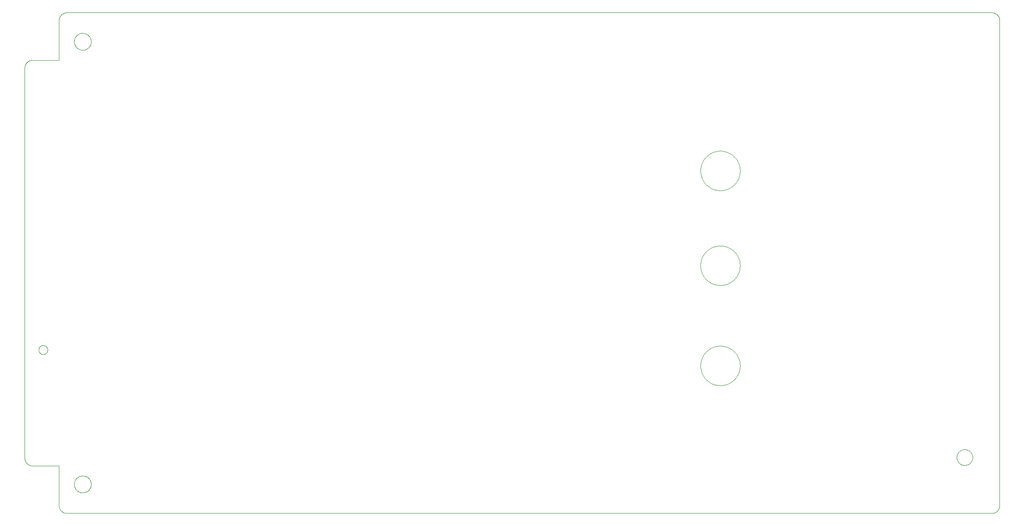
<source format=gko>
G75*
%MOIN*%
%OFA0B0*%
%FSLAX25Y25*%
%IPPOS*%
%LPD*%
%AMOC8*
5,1,8,0,0,1.08239X$1,22.5*
%
%ADD10C,0.00394*%
%ADD11C,0.00000*%
D10*
X0118310Y0075862D02*
X0809255Y0075862D01*
X0809407Y0075864D01*
X0809559Y0075870D01*
X0809711Y0075880D01*
X0809862Y0075893D01*
X0810013Y0075911D01*
X0810164Y0075932D01*
X0810314Y0075958D01*
X0810463Y0075987D01*
X0810612Y0076020D01*
X0810759Y0076057D01*
X0810906Y0076097D01*
X0811051Y0076142D01*
X0811195Y0076190D01*
X0811338Y0076242D01*
X0811480Y0076297D01*
X0811620Y0076356D01*
X0811759Y0076419D01*
X0811896Y0076485D01*
X0812031Y0076555D01*
X0812164Y0076628D01*
X0812295Y0076705D01*
X0812425Y0076785D01*
X0812552Y0076868D01*
X0812677Y0076954D01*
X0812800Y0077044D01*
X0812920Y0077137D01*
X0813038Y0077233D01*
X0813154Y0077332D01*
X0813267Y0077434D01*
X0813377Y0077538D01*
X0813485Y0077646D01*
X0813589Y0077756D01*
X0813691Y0077869D01*
X0813790Y0077985D01*
X0813886Y0078103D01*
X0813979Y0078223D01*
X0814069Y0078346D01*
X0814155Y0078471D01*
X0814238Y0078598D01*
X0814318Y0078728D01*
X0814395Y0078859D01*
X0814468Y0078992D01*
X0814538Y0079127D01*
X0814604Y0079264D01*
X0814667Y0079403D01*
X0814726Y0079543D01*
X0814781Y0079685D01*
X0814833Y0079828D01*
X0814881Y0079972D01*
X0814926Y0080117D01*
X0814966Y0080264D01*
X0815003Y0080411D01*
X0815036Y0080560D01*
X0815065Y0080709D01*
X0815091Y0080859D01*
X0815112Y0081010D01*
X0815130Y0081161D01*
X0815143Y0081312D01*
X0815153Y0081464D01*
X0815159Y0081616D01*
X0815161Y0081768D01*
X0815160Y0081768D02*
X0815160Y0443972D01*
X0815161Y0443972D02*
X0815159Y0444124D01*
X0815153Y0444276D01*
X0815143Y0444428D01*
X0815130Y0444579D01*
X0815112Y0444730D01*
X0815091Y0444881D01*
X0815065Y0445031D01*
X0815036Y0445180D01*
X0815003Y0445329D01*
X0814966Y0445476D01*
X0814926Y0445623D01*
X0814881Y0445768D01*
X0814833Y0445912D01*
X0814781Y0446055D01*
X0814726Y0446197D01*
X0814667Y0446337D01*
X0814604Y0446476D01*
X0814538Y0446613D01*
X0814468Y0446748D01*
X0814395Y0446881D01*
X0814318Y0447012D01*
X0814238Y0447142D01*
X0814155Y0447269D01*
X0814069Y0447394D01*
X0813979Y0447517D01*
X0813886Y0447637D01*
X0813790Y0447755D01*
X0813691Y0447871D01*
X0813589Y0447984D01*
X0813485Y0448094D01*
X0813377Y0448202D01*
X0813267Y0448306D01*
X0813154Y0448408D01*
X0813038Y0448507D01*
X0812920Y0448603D01*
X0812800Y0448696D01*
X0812677Y0448786D01*
X0812552Y0448872D01*
X0812425Y0448955D01*
X0812295Y0449035D01*
X0812164Y0449112D01*
X0812031Y0449185D01*
X0811896Y0449255D01*
X0811759Y0449321D01*
X0811620Y0449384D01*
X0811480Y0449443D01*
X0811338Y0449498D01*
X0811195Y0449550D01*
X0811051Y0449598D01*
X0810906Y0449643D01*
X0810759Y0449683D01*
X0810612Y0449720D01*
X0810463Y0449753D01*
X0810314Y0449782D01*
X0810164Y0449808D01*
X0810013Y0449829D01*
X0809862Y0449847D01*
X0809711Y0449860D01*
X0809559Y0449870D01*
X0809407Y0449876D01*
X0809255Y0449878D01*
X0118310Y0449878D01*
X0118158Y0449876D01*
X0118006Y0449870D01*
X0117854Y0449860D01*
X0117703Y0449847D01*
X0117552Y0449829D01*
X0117401Y0449808D01*
X0117251Y0449782D01*
X0117102Y0449753D01*
X0116953Y0449720D01*
X0116806Y0449683D01*
X0116659Y0449643D01*
X0116514Y0449598D01*
X0116370Y0449550D01*
X0116227Y0449498D01*
X0116085Y0449443D01*
X0115945Y0449384D01*
X0115806Y0449321D01*
X0115669Y0449255D01*
X0115534Y0449185D01*
X0115401Y0449112D01*
X0115270Y0449035D01*
X0115140Y0448955D01*
X0115013Y0448872D01*
X0114888Y0448786D01*
X0114765Y0448696D01*
X0114645Y0448603D01*
X0114527Y0448507D01*
X0114411Y0448408D01*
X0114298Y0448306D01*
X0114188Y0448202D01*
X0114080Y0448094D01*
X0113976Y0447984D01*
X0113874Y0447871D01*
X0113775Y0447755D01*
X0113679Y0447637D01*
X0113586Y0447517D01*
X0113496Y0447394D01*
X0113410Y0447269D01*
X0113327Y0447142D01*
X0113247Y0447012D01*
X0113170Y0446881D01*
X0113097Y0446748D01*
X0113027Y0446613D01*
X0112961Y0446476D01*
X0112898Y0446337D01*
X0112839Y0446197D01*
X0112784Y0446055D01*
X0112732Y0445912D01*
X0112684Y0445768D01*
X0112639Y0445623D01*
X0112599Y0445476D01*
X0112562Y0445329D01*
X0112529Y0445180D01*
X0112500Y0445031D01*
X0112474Y0444881D01*
X0112453Y0444730D01*
X0112435Y0444579D01*
X0112422Y0444428D01*
X0112412Y0444276D01*
X0112406Y0444124D01*
X0112404Y0443972D01*
X0112404Y0414445D01*
X0092719Y0414445D01*
X0092567Y0414443D01*
X0092415Y0414437D01*
X0092263Y0414427D01*
X0092112Y0414414D01*
X0091961Y0414396D01*
X0091810Y0414375D01*
X0091660Y0414349D01*
X0091511Y0414320D01*
X0091362Y0414287D01*
X0091215Y0414250D01*
X0091068Y0414210D01*
X0090923Y0414165D01*
X0090779Y0414117D01*
X0090636Y0414065D01*
X0090494Y0414010D01*
X0090354Y0413951D01*
X0090215Y0413888D01*
X0090078Y0413822D01*
X0089943Y0413752D01*
X0089810Y0413679D01*
X0089679Y0413602D01*
X0089549Y0413522D01*
X0089422Y0413439D01*
X0089297Y0413353D01*
X0089174Y0413263D01*
X0089054Y0413170D01*
X0088936Y0413074D01*
X0088820Y0412975D01*
X0088707Y0412873D01*
X0088597Y0412769D01*
X0088489Y0412661D01*
X0088385Y0412551D01*
X0088283Y0412438D01*
X0088184Y0412322D01*
X0088088Y0412204D01*
X0087995Y0412084D01*
X0087905Y0411961D01*
X0087819Y0411836D01*
X0087736Y0411709D01*
X0087656Y0411579D01*
X0087579Y0411448D01*
X0087506Y0411315D01*
X0087436Y0411180D01*
X0087370Y0411043D01*
X0087307Y0410904D01*
X0087248Y0410764D01*
X0087193Y0410622D01*
X0087141Y0410479D01*
X0087093Y0410335D01*
X0087048Y0410190D01*
X0087008Y0410043D01*
X0086971Y0409896D01*
X0086938Y0409747D01*
X0086909Y0409598D01*
X0086883Y0409448D01*
X0086862Y0409297D01*
X0086844Y0409146D01*
X0086831Y0408995D01*
X0086821Y0408843D01*
X0086815Y0408691D01*
X0086813Y0408539D01*
X0086814Y0408539D02*
X0086814Y0117201D01*
X0086813Y0117201D02*
X0086815Y0117049D01*
X0086821Y0116897D01*
X0086831Y0116745D01*
X0086844Y0116594D01*
X0086862Y0116443D01*
X0086883Y0116292D01*
X0086909Y0116142D01*
X0086938Y0115993D01*
X0086971Y0115844D01*
X0087008Y0115697D01*
X0087048Y0115550D01*
X0087093Y0115405D01*
X0087141Y0115261D01*
X0087193Y0115118D01*
X0087248Y0114976D01*
X0087307Y0114836D01*
X0087370Y0114697D01*
X0087436Y0114560D01*
X0087506Y0114425D01*
X0087579Y0114292D01*
X0087656Y0114161D01*
X0087736Y0114031D01*
X0087819Y0113904D01*
X0087905Y0113779D01*
X0087995Y0113656D01*
X0088088Y0113536D01*
X0088184Y0113418D01*
X0088283Y0113302D01*
X0088385Y0113189D01*
X0088489Y0113079D01*
X0088597Y0112971D01*
X0088707Y0112867D01*
X0088820Y0112765D01*
X0088936Y0112666D01*
X0089054Y0112570D01*
X0089174Y0112477D01*
X0089297Y0112387D01*
X0089422Y0112301D01*
X0089549Y0112218D01*
X0089679Y0112138D01*
X0089810Y0112061D01*
X0089943Y0111988D01*
X0090078Y0111918D01*
X0090215Y0111852D01*
X0090354Y0111789D01*
X0090494Y0111730D01*
X0090636Y0111675D01*
X0090779Y0111623D01*
X0090923Y0111575D01*
X0091068Y0111530D01*
X0091215Y0111490D01*
X0091362Y0111453D01*
X0091511Y0111420D01*
X0091660Y0111391D01*
X0091810Y0111365D01*
X0091961Y0111344D01*
X0092112Y0111326D01*
X0092263Y0111313D01*
X0092415Y0111303D01*
X0092567Y0111297D01*
X0092719Y0111295D01*
X0112404Y0111295D01*
X0112404Y0081768D01*
X0112406Y0081616D01*
X0112412Y0081464D01*
X0112422Y0081312D01*
X0112435Y0081161D01*
X0112453Y0081010D01*
X0112474Y0080859D01*
X0112500Y0080709D01*
X0112529Y0080560D01*
X0112562Y0080411D01*
X0112599Y0080264D01*
X0112639Y0080117D01*
X0112684Y0079972D01*
X0112732Y0079828D01*
X0112784Y0079685D01*
X0112839Y0079543D01*
X0112898Y0079403D01*
X0112961Y0079264D01*
X0113027Y0079127D01*
X0113097Y0078992D01*
X0113170Y0078859D01*
X0113247Y0078728D01*
X0113327Y0078598D01*
X0113410Y0078471D01*
X0113496Y0078346D01*
X0113586Y0078223D01*
X0113679Y0078103D01*
X0113775Y0077985D01*
X0113874Y0077869D01*
X0113976Y0077756D01*
X0114080Y0077646D01*
X0114188Y0077538D01*
X0114298Y0077434D01*
X0114411Y0077332D01*
X0114527Y0077233D01*
X0114645Y0077137D01*
X0114765Y0077044D01*
X0114888Y0076954D01*
X0115013Y0076868D01*
X0115140Y0076785D01*
X0115270Y0076705D01*
X0115401Y0076628D01*
X0115534Y0076555D01*
X0115669Y0076485D01*
X0115806Y0076419D01*
X0115945Y0076356D01*
X0116085Y0076297D01*
X0116227Y0076242D01*
X0116370Y0076190D01*
X0116514Y0076142D01*
X0116659Y0076097D01*
X0116806Y0076057D01*
X0116953Y0076020D01*
X0117102Y0075987D01*
X0117251Y0075958D01*
X0117401Y0075932D01*
X0117552Y0075911D01*
X0117703Y0075893D01*
X0117854Y0075880D01*
X0118006Y0075870D01*
X0118158Y0075864D01*
X0118310Y0075862D01*
D11*
X0123822Y0097516D02*
X0123824Y0097674D01*
X0123830Y0097832D01*
X0123840Y0097990D01*
X0123854Y0098148D01*
X0123872Y0098305D01*
X0123893Y0098462D01*
X0123919Y0098618D01*
X0123949Y0098774D01*
X0123982Y0098929D01*
X0124020Y0099082D01*
X0124061Y0099235D01*
X0124106Y0099387D01*
X0124155Y0099538D01*
X0124208Y0099687D01*
X0124264Y0099835D01*
X0124324Y0099981D01*
X0124388Y0100126D01*
X0124456Y0100269D01*
X0124527Y0100411D01*
X0124601Y0100551D01*
X0124679Y0100688D01*
X0124761Y0100824D01*
X0124845Y0100958D01*
X0124934Y0101089D01*
X0125025Y0101218D01*
X0125120Y0101345D01*
X0125217Y0101470D01*
X0125318Y0101592D01*
X0125422Y0101711D01*
X0125529Y0101828D01*
X0125639Y0101942D01*
X0125752Y0102053D01*
X0125867Y0102162D01*
X0125985Y0102267D01*
X0126106Y0102369D01*
X0126229Y0102469D01*
X0126355Y0102565D01*
X0126483Y0102658D01*
X0126613Y0102748D01*
X0126746Y0102834D01*
X0126881Y0102918D01*
X0127017Y0102997D01*
X0127156Y0103074D01*
X0127297Y0103146D01*
X0127439Y0103216D01*
X0127583Y0103281D01*
X0127729Y0103343D01*
X0127876Y0103401D01*
X0128025Y0103456D01*
X0128175Y0103507D01*
X0128326Y0103554D01*
X0128478Y0103597D01*
X0128631Y0103636D01*
X0128786Y0103672D01*
X0128941Y0103703D01*
X0129097Y0103731D01*
X0129253Y0103755D01*
X0129410Y0103775D01*
X0129568Y0103791D01*
X0129725Y0103803D01*
X0129884Y0103811D01*
X0130042Y0103815D01*
X0130200Y0103815D01*
X0130358Y0103811D01*
X0130517Y0103803D01*
X0130674Y0103791D01*
X0130832Y0103775D01*
X0130989Y0103755D01*
X0131145Y0103731D01*
X0131301Y0103703D01*
X0131456Y0103672D01*
X0131611Y0103636D01*
X0131764Y0103597D01*
X0131916Y0103554D01*
X0132067Y0103507D01*
X0132217Y0103456D01*
X0132366Y0103401D01*
X0132513Y0103343D01*
X0132659Y0103281D01*
X0132803Y0103216D01*
X0132945Y0103146D01*
X0133086Y0103074D01*
X0133225Y0102997D01*
X0133361Y0102918D01*
X0133496Y0102834D01*
X0133629Y0102748D01*
X0133759Y0102658D01*
X0133887Y0102565D01*
X0134013Y0102469D01*
X0134136Y0102369D01*
X0134257Y0102267D01*
X0134375Y0102162D01*
X0134490Y0102053D01*
X0134603Y0101942D01*
X0134713Y0101828D01*
X0134820Y0101711D01*
X0134924Y0101592D01*
X0135025Y0101470D01*
X0135122Y0101345D01*
X0135217Y0101218D01*
X0135308Y0101089D01*
X0135397Y0100958D01*
X0135481Y0100824D01*
X0135563Y0100688D01*
X0135641Y0100551D01*
X0135715Y0100411D01*
X0135786Y0100269D01*
X0135854Y0100126D01*
X0135918Y0099981D01*
X0135978Y0099835D01*
X0136034Y0099687D01*
X0136087Y0099538D01*
X0136136Y0099387D01*
X0136181Y0099235D01*
X0136222Y0099082D01*
X0136260Y0098929D01*
X0136293Y0098774D01*
X0136323Y0098618D01*
X0136349Y0098462D01*
X0136370Y0098305D01*
X0136388Y0098148D01*
X0136402Y0097990D01*
X0136412Y0097832D01*
X0136418Y0097674D01*
X0136420Y0097516D01*
X0136418Y0097358D01*
X0136412Y0097200D01*
X0136402Y0097042D01*
X0136388Y0096884D01*
X0136370Y0096727D01*
X0136349Y0096570D01*
X0136323Y0096414D01*
X0136293Y0096258D01*
X0136260Y0096103D01*
X0136222Y0095950D01*
X0136181Y0095797D01*
X0136136Y0095645D01*
X0136087Y0095494D01*
X0136034Y0095345D01*
X0135978Y0095197D01*
X0135918Y0095051D01*
X0135854Y0094906D01*
X0135786Y0094763D01*
X0135715Y0094621D01*
X0135641Y0094481D01*
X0135563Y0094344D01*
X0135481Y0094208D01*
X0135397Y0094074D01*
X0135308Y0093943D01*
X0135217Y0093814D01*
X0135122Y0093687D01*
X0135025Y0093562D01*
X0134924Y0093440D01*
X0134820Y0093321D01*
X0134713Y0093204D01*
X0134603Y0093090D01*
X0134490Y0092979D01*
X0134375Y0092870D01*
X0134257Y0092765D01*
X0134136Y0092663D01*
X0134013Y0092563D01*
X0133887Y0092467D01*
X0133759Y0092374D01*
X0133629Y0092284D01*
X0133496Y0092198D01*
X0133361Y0092114D01*
X0133225Y0092035D01*
X0133086Y0091958D01*
X0132945Y0091886D01*
X0132803Y0091816D01*
X0132659Y0091751D01*
X0132513Y0091689D01*
X0132366Y0091631D01*
X0132217Y0091576D01*
X0132067Y0091525D01*
X0131916Y0091478D01*
X0131764Y0091435D01*
X0131611Y0091396D01*
X0131456Y0091360D01*
X0131301Y0091329D01*
X0131145Y0091301D01*
X0130989Y0091277D01*
X0130832Y0091257D01*
X0130674Y0091241D01*
X0130517Y0091229D01*
X0130358Y0091221D01*
X0130200Y0091217D01*
X0130042Y0091217D01*
X0129884Y0091221D01*
X0129725Y0091229D01*
X0129568Y0091241D01*
X0129410Y0091257D01*
X0129253Y0091277D01*
X0129097Y0091301D01*
X0128941Y0091329D01*
X0128786Y0091360D01*
X0128631Y0091396D01*
X0128478Y0091435D01*
X0128326Y0091478D01*
X0128175Y0091525D01*
X0128025Y0091576D01*
X0127876Y0091631D01*
X0127729Y0091689D01*
X0127583Y0091751D01*
X0127439Y0091816D01*
X0127297Y0091886D01*
X0127156Y0091958D01*
X0127017Y0092035D01*
X0126881Y0092114D01*
X0126746Y0092198D01*
X0126613Y0092284D01*
X0126483Y0092374D01*
X0126355Y0092467D01*
X0126229Y0092563D01*
X0126106Y0092663D01*
X0125985Y0092765D01*
X0125867Y0092870D01*
X0125752Y0092979D01*
X0125639Y0093090D01*
X0125529Y0093204D01*
X0125422Y0093321D01*
X0125318Y0093440D01*
X0125217Y0093562D01*
X0125120Y0093687D01*
X0125025Y0093814D01*
X0124934Y0093943D01*
X0124845Y0094074D01*
X0124761Y0094208D01*
X0124679Y0094344D01*
X0124601Y0094481D01*
X0124527Y0094621D01*
X0124456Y0094763D01*
X0124388Y0094906D01*
X0124324Y0095051D01*
X0124264Y0095197D01*
X0124208Y0095345D01*
X0124155Y0095494D01*
X0124106Y0095645D01*
X0124061Y0095797D01*
X0124020Y0095950D01*
X0123982Y0096103D01*
X0123949Y0096258D01*
X0123919Y0096414D01*
X0123893Y0096570D01*
X0123872Y0096727D01*
X0123854Y0096884D01*
X0123840Y0097042D01*
X0123830Y0097200D01*
X0123824Y0097358D01*
X0123822Y0097516D01*
X0097247Y0197909D02*
X0097249Y0198024D01*
X0097255Y0198140D01*
X0097265Y0198255D01*
X0097279Y0198370D01*
X0097297Y0198484D01*
X0097319Y0198597D01*
X0097344Y0198710D01*
X0097374Y0198821D01*
X0097407Y0198932D01*
X0097444Y0199041D01*
X0097485Y0199149D01*
X0097530Y0199256D01*
X0097578Y0199361D01*
X0097630Y0199464D01*
X0097686Y0199565D01*
X0097745Y0199665D01*
X0097807Y0199762D01*
X0097873Y0199857D01*
X0097941Y0199950D01*
X0098013Y0200040D01*
X0098088Y0200128D01*
X0098167Y0200213D01*
X0098248Y0200295D01*
X0098331Y0200375D01*
X0098418Y0200451D01*
X0098507Y0200525D01*
X0098598Y0200595D01*
X0098692Y0200663D01*
X0098788Y0200727D01*
X0098887Y0200787D01*
X0098987Y0200844D01*
X0099089Y0200898D01*
X0099193Y0200948D01*
X0099299Y0200995D01*
X0099406Y0201038D01*
X0099515Y0201077D01*
X0099625Y0201112D01*
X0099736Y0201143D01*
X0099848Y0201171D01*
X0099961Y0201195D01*
X0100075Y0201215D01*
X0100190Y0201231D01*
X0100305Y0201243D01*
X0100420Y0201251D01*
X0100535Y0201255D01*
X0100651Y0201255D01*
X0100766Y0201251D01*
X0100881Y0201243D01*
X0100996Y0201231D01*
X0101111Y0201215D01*
X0101225Y0201195D01*
X0101338Y0201171D01*
X0101450Y0201143D01*
X0101561Y0201112D01*
X0101671Y0201077D01*
X0101780Y0201038D01*
X0101887Y0200995D01*
X0101993Y0200948D01*
X0102097Y0200898D01*
X0102199Y0200844D01*
X0102299Y0200787D01*
X0102398Y0200727D01*
X0102494Y0200663D01*
X0102588Y0200595D01*
X0102679Y0200525D01*
X0102768Y0200451D01*
X0102855Y0200375D01*
X0102938Y0200295D01*
X0103019Y0200213D01*
X0103098Y0200128D01*
X0103173Y0200040D01*
X0103245Y0199950D01*
X0103313Y0199857D01*
X0103379Y0199762D01*
X0103441Y0199665D01*
X0103500Y0199565D01*
X0103556Y0199464D01*
X0103608Y0199361D01*
X0103656Y0199256D01*
X0103701Y0199149D01*
X0103742Y0199041D01*
X0103779Y0198932D01*
X0103812Y0198821D01*
X0103842Y0198710D01*
X0103867Y0198597D01*
X0103889Y0198484D01*
X0103907Y0198370D01*
X0103921Y0198255D01*
X0103931Y0198140D01*
X0103937Y0198024D01*
X0103939Y0197909D01*
X0103937Y0197794D01*
X0103931Y0197678D01*
X0103921Y0197563D01*
X0103907Y0197448D01*
X0103889Y0197334D01*
X0103867Y0197221D01*
X0103842Y0197108D01*
X0103812Y0196997D01*
X0103779Y0196886D01*
X0103742Y0196777D01*
X0103701Y0196669D01*
X0103656Y0196562D01*
X0103608Y0196457D01*
X0103556Y0196354D01*
X0103500Y0196253D01*
X0103441Y0196153D01*
X0103379Y0196056D01*
X0103313Y0195961D01*
X0103245Y0195868D01*
X0103173Y0195778D01*
X0103098Y0195690D01*
X0103019Y0195605D01*
X0102938Y0195523D01*
X0102855Y0195443D01*
X0102768Y0195367D01*
X0102679Y0195293D01*
X0102588Y0195223D01*
X0102494Y0195155D01*
X0102398Y0195091D01*
X0102299Y0195031D01*
X0102199Y0194974D01*
X0102097Y0194920D01*
X0101993Y0194870D01*
X0101887Y0194823D01*
X0101780Y0194780D01*
X0101671Y0194741D01*
X0101561Y0194706D01*
X0101450Y0194675D01*
X0101338Y0194647D01*
X0101225Y0194623D01*
X0101111Y0194603D01*
X0100996Y0194587D01*
X0100881Y0194575D01*
X0100766Y0194567D01*
X0100651Y0194563D01*
X0100535Y0194563D01*
X0100420Y0194567D01*
X0100305Y0194575D01*
X0100190Y0194587D01*
X0100075Y0194603D01*
X0099961Y0194623D01*
X0099848Y0194647D01*
X0099736Y0194675D01*
X0099625Y0194706D01*
X0099515Y0194741D01*
X0099406Y0194780D01*
X0099299Y0194823D01*
X0099193Y0194870D01*
X0099089Y0194920D01*
X0098987Y0194974D01*
X0098887Y0195031D01*
X0098788Y0195091D01*
X0098692Y0195155D01*
X0098598Y0195223D01*
X0098507Y0195293D01*
X0098418Y0195367D01*
X0098331Y0195443D01*
X0098248Y0195523D01*
X0098167Y0195605D01*
X0098088Y0195690D01*
X0098013Y0195778D01*
X0097941Y0195868D01*
X0097873Y0195961D01*
X0097807Y0196056D01*
X0097745Y0196153D01*
X0097686Y0196253D01*
X0097630Y0196354D01*
X0097578Y0196457D01*
X0097530Y0196562D01*
X0097485Y0196669D01*
X0097444Y0196777D01*
X0097407Y0196886D01*
X0097374Y0196997D01*
X0097344Y0197108D01*
X0097319Y0197221D01*
X0097297Y0197334D01*
X0097279Y0197448D01*
X0097265Y0197563D01*
X0097255Y0197678D01*
X0097249Y0197794D01*
X0097247Y0197909D01*
X0123822Y0428224D02*
X0123824Y0428382D01*
X0123830Y0428540D01*
X0123840Y0428698D01*
X0123854Y0428856D01*
X0123872Y0429013D01*
X0123893Y0429170D01*
X0123919Y0429326D01*
X0123949Y0429482D01*
X0123982Y0429637D01*
X0124020Y0429790D01*
X0124061Y0429943D01*
X0124106Y0430095D01*
X0124155Y0430246D01*
X0124208Y0430395D01*
X0124264Y0430543D01*
X0124324Y0430689D01*
X0124388Y0430834D01*
X0124456Y0430977D01*
X0124527Y0431119D01*
X0124601Y0431259D01*
X0124679Y0431396D01*
X0124761Y0431532D01*
X0124845Y0431666D01*
X0124934Y0431797D01*
X0125025Y0431926D01*
X0125120Y0432053D01*
X0125217Y0432178D01*
X0125318Y0432300D01*
X0125422Y0432419D01*
X0125529Y0432536D01*
X0125639Y0432650D01*
X0125752Y0432761D01*
X0125867Y0432870D01*
X0125985Y0432975D01*
X0126106Y0433077D01*
X0126229Y0433177D01*
X0126355Y0433273D01*
X0126483Y0433366D01*
X0126613Y0433456D01*
X0126746Y0433542D01*
X0126881Y0433626D01*
X0127017Y0433705D01*
X0127156Y0433782D01*
X0127297Y0433854D01*
X0127439Y0433924D01*
X0127583Y0433989D01*
X0127729Y0434051D01*
X0127876Y0434109D01*
X0128025Y0434164D01*
X0128175Y0434215D01*
X0128326Y0434262D01*
X0128478Y0434305D01*
X0128631Y0434344D01*
X0128786Y0434380D01*
X0128941Y0434411D01*
X0129097Y0434439D01*
X0129253Y0434463D01*
X0129410Y0434483D01*
X0129568Y0434499D01*
X0129725Y0434511D01*
X0129884Y0434519D01*
X0130042Y0434523D01*
X0130200Y0434523D01*
X0130358Y0434519D01*
X0130517Y0434511D01*
X0130674Y0434499D01*
X0130832Y0434483D01*
X0130989Y0434463D01*
X0131145Y0434439D01*
X0131301Y0434411D01*
X0131456Y0434380D01*
X0131611Y0434344D01*
X0131764Y0434305D01*
X0131916Y0434262D01*
X0132067Y0434215D01*
X0132217Y0434164D01*
X0132366Y0434109D01*
X0132513Y0434051D01*
X0132659Y0433989D01*
X0132803Y0433924D01*
X0132945Y0433854D01*
X0133086Y0433782D01*
X0133225Y0433705D01*
X0133361Y0433626D01*
X0133496Y0433542D01*
X0133629Y0433456D01*
X0133759Y0433366D01*
X0133887Y0433273D01*
X0134013Y0433177D01*
X0134136Y0433077D01*
X0134257Y0432975D01*
X0134375Y0432870D01*
X0134490Y0432761D01*
X0134603Y0432650D01*
X0134713Y0432536D01*
X0134820Y0432419D01*
X0134924Y0432300D01*
X0135025Y0432178D01*
X0135122Y0432053D01*
X0135217Y0431926D01*
X0135308Y0431797D01*
X0135397Y0431666D01*
X0135481Y0431532D01*
X0135563Y0431396D01*
X0135641Y0431259D01*
X0135715Y0431119D01*
X0135786Y0430977D01*
X0135854Y0430834D01*
X0135918Y0430689D01*
X0135978Y0430543D01*
X0136034Y0430395D01*
X0136087Y0430246D01*
X0136136Y0430095D01*
X0136181Y0429943D01*
X0136222Y0429790D01*
X0136260Y0429637D01*
X0136293Y0429482D01*
X0136323Y0429326D01*
X0136349Y0429170D01*
X0136370Y0429013D01*
X0136388Y0428856D01*
X0136402Y0428698D01*
X0136412Y0428540D01*
X0136418Y0428382D01*
X0136420Y0428224D01*
X0136418Y0428066D01*
X0136412Y0427908D01*
X0136402Y0427750D01*
X0136388Y0427592D01*
X0136370Y0427435D01*
X0136349Y0427278D01*
X0136323Y0427122D01*
X0136293Y0426966D01*
X0136260Y0426811D01*
X0136222Y0426658D01*
X0136181Y0426505D01*
X0136136Y0426353D01*
X0136087Y0426202D01*
X0136034Y0426053D01*
X0135978Y0425905D01*
X0135918Y0425759D01*
X0135854Y0425614D01*
X0135786Y0425471D01*
X0135715Y0425329D01*
X0135641Y0425189D01*
X0135563Y0425052D01*
X0135481Y0424916D01*
X0135397Y0424782D01*
X0135308Y0424651D01*
X0135217Y0424522D01*
X0135122Y0424395D01*
X0135025Y0424270D01*
X0134924Y0424148D01*
X0134820Y0424029D01*
X0134713Y0423912D01*
X0134603Y0423798D01*
X0134490Y0423687D01*
X0134375Y0423578D01*
X0134257Y0423473D01*
X0134136Y0423371D01*
X0134013Y0423271D01*
X0133887Y0423175D01*
X0133759Y0423082D01*
X0133629Y0422992D01*
X0133496Y0422906D01*
X0133361Y0422822D01*
X0133225Y0422743D01*
X0133086Y0422666D01*
X0132945Y0422594D01*
X0132803Y0422524D01*
X0132659Y0422459D01*
X0132513Y0422397D01*
X0132366Y0422339D01*
X0132217Y0422284D01*
X0132067Y0422233D01*
X0131916Y0422186D01*
X0131764Y0422143D01*
X0131611Y0422104D01*
X0131456Y0422068D01*
X0131301Y0422037D01*
X0131145Y0422009D01*
X0130989Y0421985D01*
X0130832Y0421965D01*
X0130674Y0421949D01*
X0130517Y0421937D01*
X0130358Y0421929D01*
X0130200Y0421925D01*
X0130042Y0421925D01*
X0129884Y0421929D01*
X0129725Y0421937D01*
X0129568Y0421949D01*
X0129410Y0421965D01*
X0129253Y0421985D01*
X0129097Y0422009D01*
X0128941Y0422037D01*
X0128786Y0422068D01*
X0128631Y0422104D01*
X0128478Y0422143D01*
X0128326Y0422186D01*
X0128175Y0422233D01*
X0128025Y0422284D01*
X0127876Y0422339D01*
X0127729Y0422397D01*
X0127583Y0422459D01*
X0127439Y0422524D01*
X0127297Y0422594D01*
X0127156Y0422666D01*
X0127017Y0422743D01*
X0126881Y0422822D01*
X0126746Y0422906D01*
X0126613Y0422992D01*
X0126483Y0423082D01*
X0126355Y0423175D01*
X0126229Y0423271D01*
X0126106Y0423371D01*
X0125985Y0423473D01*
X0125867Y0423578D01*
X0125752Y0423687D01*
X0125639Y0423798D01*
X0125529Y0423912D01*
X0125422Y0424029D01*
X0125318Y0424148D01*
X0125217Y0424270D01*
X0125120Y0424395D01*
X0125025Y0424522D01*
X0124934Y0424651D01*
X0124845Y0424782D01*
X0124761Y0424916D01*
X0124679Y0425052D01*
X0124601Y0425189D01*
X0124527Y0425329D01*
X0124456Y0425471D01*
X0124388Y0425614D01*
X0124324Y0425759D01*
X0124264Y0425905D01*
X0124208Y0426053D01*
X0124155Y0426202D01*
X0124106Y0426353D01*
X0124061Y0426505D01*
X0124020Y0426658D01*
X0123982Y0426811D01*
X0123949Y0426966D01*
X0123919Y0427122D01*
X0123893Y0427278D01*
X0123872Y0427435D01*
X0123854Y0427592D01*
X0123840Y0427750D01*
X0123830Y0427908D01*
X0123824Y0428066D01*
X0123822Y0428224D01*
X0591735Y0331768D02*
X0591739Y0332130D01*
X0591753Y0332492D01*
X0591775Y0332854D01*
X0591806Y0333215D01*
X0591846Y0333575D01*
X0591895Y0333934D01*
X0591952Y0334292D01*
X0592019Y0334648D01*
X0592094Y0335003D01*
X0592177Y0335355D01*
X0592270Y0335706D01*
X0592371Y0336054D01*
X0592480Y0336399D01*
X0592598Y0336742D01*
X0592724Y0337081D01*
X0592859Y0337418D01*
X0593002Y0337751D01*
X0593153Y0338080D01*
X0593311Y0338406D01*
X0593478Y0338728D01*
X0593653Y0339045D01*
X0593835Y0339358D01*
X0594026Y0339667D01*
X0594223Y0339970D01*
X0594428Y0340269D01*
X0594640Y0340563D01*
X0594860Y0340851D01*
X0595086Y0341134D01*
X0595320Y0341411D01*
X0595560Y0341683D01*
X0595806Y0341948D01*
X0596059Y0342208D01*
X0596319Y0342461D01*
X0596584Y0342707D01*
X0596856Y0342947D01*
X0597133Y0343181D01*
X0597416Y0343407D01*
X0597704Y0343627D01*
X0597998Y0343839D01*
X0598297Y0344044D01*
X0598600Y0344241D01*
X0598909Y0344432D01*
X0599222Y0344614D01*
X0599539Y0344789D01*
X0599861Y0344956D01*
X0600187Y0345114D01*
X0600516Y0345265D01*
X0600849Y0345408D01*
X0601186Y0345543D01*
X0601525Y0345669D01*
X0601868Y0345787D01*
X0602213Y0345896D01*
X0602561Y0345997D01*
X0602912Y0346090D01*
X0603264Y0346173D01*
X0603619Y0346248D01*
X0603975Y0346315D01*
X0604333Y0346372D01*
X0604692Y0346421D01*
X0605052Y0346461D01*
X0605413Y0346492D01*
X0605775Y0346514D01*
X0606137Y0346528D01*
X0606499Y0346532D01*
X0606861Y0346528D01*
X0607223Y0346514D01*
X0607585Y0346492D01*
X0607946Y0346461D01*
X0608306Y0346421D01*
X0608665Y0346372D01*
X0609023Y0346315D01*
X0609379Y0346248D01*
X0609734Y0346173D01*
X0610086Y0346090D01*
X0610437Y0345997D01*
X0610785Y0345896D01*
X0611130Y0345787D01*
X0611473Y0345669D01*
X0611812Y0345543D01*
X0612149Y0345408D01*
X0612482Y0345265D01*
X0612811Y0345114D01*
X0613137Y0344956D01*
X0613459Y0344789D01*
X0613776Y0344614D01*
X0614089Y0344432D01*
X0614398Y0344241D01*
X0614701Y0344044D01*
X0615000Y0343839D01*
X0615294Y0343627D01*
X0615582Y0343407D01*
X0615865Y0343181D01*
X0616142Y0342947D01*
X0616414Y0342707D01*
X0616679Y0342461D01*
X0616939Y0342208D01*
X0617192Y0341948D01*
X0617438Y0341683D01*
X0617678Y0341411D01*
X0617912Y0341134D01*
X0618138Y0340851D01*
X0618358Y0340563D01*
X0618570Y0340269D01*
X0618775Y0339970D01*
X0618972Y0339667D01*
X0619163Y0339358D01*
X0619345Y0339045D01*
X0619520Y0338728D01*
X0619687Y0338406D01*
X0619845Y0338080D01*
X0619996Y0337751D01*
X0620139Y0337418D01*
X0620274Y0337081D01*
X0620400Y0336742D01*
X0620518Y0336399D01*
X0620627Y0336054D01*
X0620728Y0335706D01*
X0620821Y0335355D01*
X0620904Y0335003D01*
X0620979Y0334648D01*
X0621046Y0334292D01*
X0621103Y0333934D01*
X0621152Y0333575D01*
X0621192Y0333215D01*
X0621223Y0332854D01*
X0621245Y0332492D01*
X0621259Y0332130D01*
X0621263Y0331768D01*
X0621259Y0331406D01*
X0621245Y0331044D01*
X0621223Y0330682D01*
X0621192Y0330321D01*
X0621152Y0329961D01*
X0621103Y0329602D01*
X0621046Y0329244D01*
X0620979Y0328888D01*
X0620904Y0328533D01*
X0620821Y0328181D01*
X0620728Y0327830D01*
X0620627Y0327482D01*
X0620518Y0327137D01*
X0620400Y0326794D01*
X0620274Y0326455D01*
X0620139Y0326118D01*
X0619996Y0325785D01*
X0619845Y0325456D01*
X0619687Y0325130D01*
X0619520Y0324808D01*
X0619345Y0324491D01*
X0619163Y0324178D01*
X0618972Y0323869D01*
X0618775Y0323566D01*
X0618570Y0323267D01*
X0618358Y0322973D01*
X0618138Y0322685D01*
X0617912Y0322402D01*
X0617678Y0322125D01*
X0617438Y0321853D01*
X0617192Y0321588D01*
X0616939Y0321328D01*
X0616679Y0321075D01*
X0616414Y0320829D01*
X0616142Y0320589D01*
X0615865Y0320355D01*
X0615582Y0320129D01*
X0615294Y0319909D01*
X0615000Y0319697D01*
X0614701Y0319492D01*
X0614398Y0319295D01*
X0614089Y0319104D01*
X0613776Y0318922D01*
X0613459Y0318747D01*
X0613137Y0318580D01*
X0612811Y0318422D01*
X0612482Y0318271D01*
X0612149Y0318128D01*
X0611812Y0317993D01*
X0611473Y0317867D01*
X0611130Y0317749D01*
X0610785Y0317640D01*
X0610437Y0317539D01*
X0610086Y0317446D01*
X0609734Y0317363D01*
X0609379Y0317288D01*
X0609023Y0317221D01*
X0608665Y0317164D01*
X0608306Y0317115D01*
X0607946Y0317075D01*
X0607585Y0317044D01*
X0607223Y0317022D01*
X0606861Y0317008D01*
X0606499Y0317004D01*
X0606137Y0317008D01*
X0605775Y0317022D01*
X0605413Y0317044D01*
X0605052Y0317075D01*
X0604692Y0317115D01*
X0604333Y0317164D01*
X0603975Y0317221D01*
X0603619Y0317288D01*
X0603264Y0317363D01*
X0602912Y0317446D01*
X0602561Y0317539D01*
X0602213Y0317640D01*
X0601868Y0317749D01*
X0601525Y0317867D01*
X0601186Y0317993D01*
X0600849Y0318128D01*
X0600516Y0318271D01*
X0600187Y0318422D01*
X0599861Y0318580D01*
X0599539Y0318747D01*
X0599222Y0318922D01*
X0598909Y0319104D01*
X0598600Y0319295D01*
X0598297Y0319492D01*
X0597998Y0319697D01*
X0597704Y0319909D01*
X0597416Y0320129D01*
X0597133Y0320355D01*
X0596856Y0320589D01*
X0596584Y0320829D01*
X0596319Y0321075D01*
X0596059Y0321328D01*
X0595806Y0321588D01*
X0595560Y0321853D01*
X0595320Y0322125D01*
X0595086Y0322402D01*
X0594860Y0322685D01*
X0594640Y0322973D01*
X0594428Y0323267D01*
X0594223Y0323566D01*
X0594026Y0323869D01*
X0593835Y0324178D01*
X0593653Y0324491D01*
X0593478Y0324808D01*
X0593311Y0325130D01*
X0593153Y0325456D01*
X0593002Y0325785D01*
X0592859Y0326118D01*
X0592724Y0326455D01*
X0592598Y0326794D01*
X0592480Y0327137D01*
X0592371Y0327482D01*
X0592270Y0327830D01*
X0592177Y0328181D01*
X0592094Y0328533D01*
X0592019Y0328888D01*
X0591952Y0329244D01*
X0591895Y0329602D01*
X0591846Y0329961D01*
X0591806Y0330321D01*
X0591775Y0330682D01*
X0591753Y0331044D01*
X0591739Y0331406D01*
X0591735Y0331768D01*
X0591735Y0260902D02*
X0591739Y0261264D01*
X0591753Y0261626D01*
X0591775Y0261988D01*
X0591806Y0262349D01*
X0591846Y0262709D01*
X0591895Y0263068D01*
X0591952Y0263426D01*
X0592019Y0263782D01*
X0592094Y0264137D01*
X0592177Y0264489D01*
X0592270Y0264840D01*
X0592371Y0265188D01*
X0592480Y0265533D01*
X0592598Y0265876D01*
X0592724Y0266215D01*
X0592859Y0266552D01*
X0593002Y0266885D01*
X0593153Y0267214D01*
X0593311Y0267540D01*
X0593478Y0267862D01*
X0593653Y0268179D01*
X0593835Y0268492D01*
X0594026Y0268801D01*
X0594223Y0269104D01*
X0594428Y0269403D01*
X0594640Y0269697D01*
X0594860Y0269985D01*
X0595086Y0270268D01*
X0595320Y0270545D01*
X0595560Y0270817D01*
X0595806Y0271082D01*
X0596059Y0271342D01*
X0596319Y0271595D01*
X0596584Y0271841D01*
X0596856Y0272081D01*
X0597133Y0272315D01*
X0597416Y0272541D01*
X0597704Y0272761D01*
X0597998Y0272973D01*
X0598297Y0273178D01*
X0598600Y0273375D01*
X0598909Y0273566D01*
X0599222Y0273748D01*
X0599539Y0273923D01*
X0599861Y0274090D01*
X0600187Y0274248D01*
X0600516Y0274399D01*
X0600849Y0274542D01*
X0601186Y0274677D01*
X0601525Y0274803D01*
X0601868Y0274921D01*
X0602213Y0275030D01*
X0602561Y0275131D01*
X0602912Y0275224D01*
X0603264Y0275307D01*
X0603619Y0275382D01*
X0603975Y0275449D01*
X0604333Y0275506D01*
X0604692Y0275555D01*
X0605052Y0275595D01*
X0605413Y0275626D01*
X0605775Y0275648D01*
X0606137Y0275662D01*
X0606499Y0275666D01*
X0606861Y0275662D01*
X0607223Y0275648D01*
X0607585Y0275626D01*
X0607946Y0275595D01*
X0608306Y0275555D01*
X0608665Y0275506D01*
X0609023Y0275449D01*
X0609379Y0275382D01*
X0609734Y0275307D01*
X0610086Y0275224D01*
X0610437Y0275131D01*
X0610785Y0275030D01*
X0611130Y0274921D01*
X0611473Y0274803D01*
X0611812Y0274677D01*
X0612149Y0274542D01*
X0612482Y0274399D01*
X0612811Y0274248D01*
X0613137Y0274090D01*
X0613459Y0273923D01*
X0613776Y0273748D01*
X0614089Y0273566D01*
X0614398Y0273375D01*
X0614701Y0273178D01*
X0615000Y0272973D01*
X0615294Y0272761D01*
X0615582Y0272541D01*
X0615865Y0272315D01*
X0616142Y0272081D01*
X0616414Y0271841D01*
X0616679Y0271595D01*
X0616939Y0271342D01*
X0617192Y0271082D01*
X0617438Y0270817D01*
X0617678Y0270545D01*
X0617912Y0270268D01*
X0618138Y0269985D01*
X0618358Y0269697D01*
X0618570Y0269403D01*
X0618775Y0269104D01*
X0618972Y0268801D01*
X0619163Y0268492D01*
X0619345Y0268179D01*
X0619520Y0267862D01*
X0619687Y0267540D01*
X0619845Y0267214D01*
X0619996Y0266885D01*
X0620139Y0266552D01*
X0620274Y0266215D01*
X0620400Y0265876D01*
X0620518Y0265533D01*
X0620627Y0265188D01*
X0620728Y0264840D01*
X0620821Y0264489D01*
X0620904Y0264137D01*
X0620979Y0263782D01*
X0621046Y0263426D01*
X0621103Y0263068D01*
X0621152Y0262709D01*
X0621192Y0262349D01*
X0621223Y0261988D01*
X0621245Y0261626D01*
X0621259Y0261264D01*
X0621263Y0260902D01*
X0621259Y0260540D01*
X0621245Y0260178D01*
X0621223Y0259816D01*
X0621192Y0259455D01*
X0621152Y0259095D01*
X0621103Y0258736D01*
X0621046Y0258378D01*
X0620979Y0258022D01*
X0620904Y0257667D01*
X0620821Y0257315D01*
X0620728Y0256964D01*
X0620627Y0256616D01*
X0620518Y0256271D01*
X0620400Y0255928D01*
X0620274Y0255589D01*
X0620139Y0255252D01*
X0619996Y0254919D01*
X0619845Y0254590D01*
X0619687Y0254264D01*
X0619520Y0253942D01*
X0619345Y0253625D01*
X0619163Y0253312D01*
X0618972Y0253003D01*
X0618775Y0252700D01*
X0618570Y0252401D01*
X0618358Y0252107D01*
X0618138Y0251819D01*
X0617912Y0251536D01*
X0617678Y0251259D01*
X0617438Y0250987D01*
X0617192Y0250722D01*
X0616939Y0250462D01*
X0616679Y0250209D01*
X0616414Y0249963D01*
X0616142Y0249723D01*
X0615865Y0249489D01*
X0615582Y0249263D01*
X0615294Y0249043D01*
X0615000Y0248831D01*
X0614701Y0248626D01*
X0614398Y0248429D01*
X0614089Y0248238D01*
X0613776Y0248056D01*
X0613459Y0247881D01*
X0613137Y0247714D01*
X0612811Y0247556D01*
X0612482Y0247405D01*
X0612149Y0247262D01*
X0611812Y0247127D01*
X0611473Y0247001D01*
X0611130Y0246883D01*
X0610785Y0246774D01*
X0610437Y0246673D01*
X0610086Y0246580D01*
X0609734Y0246497D01*
X0609379Y0246422D01*
X0609023Y0246355D01*
X0608665Y0246298D01*
X0608306Y0246249D01*
X0607946Y0246209D01*
X0607585Y0246178D01*
X0607223Y0246156D01*
X0606861Y0246142D01*
X0606499Y0246138D01*
X0606137Y0246142D01*
X0605775Y0246156D01*
X0605413Y0246178D01*
X0605052Y0246209D01*
X0604692Y0246249D01*
X0604333Y0246298D01*
X0603975Y0246355D01*
X0603619Y0246422D01*
X0603264Y0246497D01*
X0602912Y0246580D01*
X0602561Y0246673D01*
X0602213Y0246774D01*
X0601868Y0246883D01*
X0601525Y0247001D01*
X0601186Y0247127D01*
X0600849Y0247262D01*
X0600516Y0247405D01*
X0600187Y0247556D01*
X0599861Y0247714D01*
X0599539Y0247881D01*
X0599222Y0248056D01*
X0598909Y0248238D01*
X0598600Y0248429D01*
X0598297Y0248626D01*
X0597998Y0248831D01*
X0597704Y0249043D01*
X0597416Y0249263D01*
X0597133Y0249489D01*
X0596856Y0249723D01*
X0596584Y0249963D01*
X0596319Y0250209D01*
X0596059Y0250462D01*
X0595806Y0250722D01*
X0595560Y0250987D01*
X0595320Y0251259D01*
X0595086Y0251536D01*
X0594860Y0251819D01*
X0594640Y0252107D01*
X0594428Y0252401D01*
X0594223Y0252700D01*
X0594026Y0253003D01*
X0593835Y0253312D01*
X0593653Y0253625D01*
X0593478Y0253942D01*
X0593311Y0254264D01*
X0593153Y0254590D01*
X0593002Y0254919D01*
X0592859Y0255252D01*
X0592724Y0255589D01*
X0592598Y0255928D01*
X0592480Y0256271D01*
X0592371Y0256616D01*
X0592270Y0256964D01*
X0592177Y0257315D01*
X0592094Y0257667D01*
X0592019Y0258022D01*
X0591952Y0258378D01*
X0591895Y0258736D01*
X0591846Y0259095D01*
X0591806Y0259455D01*
X0591775Y0259816D01*
X0591753Y0260178D01*
X0591739Y0260540D01*
X0591735Y0260902D01*
X0591735Y0186098D02*
X0591739Y0186460D01*
X0591753Y0186822D01*
X0591775Y0187184D01*
X0591806Y0187545D01*
X0591846Y0187905D01*
X0591895Y0188264D01*
X0591952Y0188622D01*
X0592019Y0188978D01*
X0592094Y0189333D01*
X0592177Y0189685D01*
X0592270Y0190036D01*
X0592371Y0190384D01*
X0592480Y0190729D01*
X0592598Y0191072D01*
X0592724Y0191411D01*
X0592859Y0191748D01*
X0593002Y0192081D01*
X0593153Y0192410D01*
X0593311Y0192736D01*
X0593478Y0193058D01*
X0593653Y0193375D01*
X0593835Y0193688D01*
X0594026Y0193997D01*
X0594223Y0194300D01*
X0594428Y0194599D01*
X0594640Y0194893D01*
X0594860Y0195181D01*
X0595086Y0195464D01*
X0595320Y0195741D01*
X0595560Y0196013D01*
X0595806Y0196278D01*
X0596059Y0196538D01*
X0596319Y0196791D01*
X0596584Y0197037D01*
X0596856Y0197277D01*
X0597133Y0197511D01*
X0597416Y0197737D01*
X0597704Y0197957D01*
X0597998Y0198169D01*
X0598297Y0198374D01*
X0598600Y0198571D01*
X0598909Y0198762D01*
X0599222Y0198944D01*
X0599539Y0199119D01*
X0599861Y0199286D01*
X0600187Y0199444D01*
X0600516Y0199595D01*
X0600849Y0199738D01*
X0601186Y0199873D01*
X0601525Y0199999D01*
X0601868Y0200117D01*
X0602213Y0200226D01*
X0602561Y0200327D01*
X0602912Y0200420D01*
X0603264Y0200503D01*
X0603619Y0200578D01*
X0603975Y0200645D01*
X0604333Y0200702D01*
X0604692Y0200751D01*
X0605052Y0200791D01*
X0605413Y0200822D01*
X0605775Y0200844D01*
X0606137Y0200858D01*
X0606499Y0200862D01*
X0606861Y0200858D01*
X0607223Y0200844D01*
X0607585Y0200822D01*
X0607946Y0200791D01*
X0608306Y0200751D01*
X0608665Y0200702D01*
X0609023Y0200645D01*
X0609379Y0200578D01*
X0609734Y0200503D01*
X0610086Y0200420D01*
X0610437Y0200327D01*
X0610785Y0200226D01*
X0611130Y0200117D01*
X0611473Y0199999D01*
X0611812Y0199873D01*
X0612149Y0199738D01*
X0612482Y0199595D01*
X0612811Y0199444D01*
X0613137Y0199286D01*
X0613459Y0199119D01*
X0613776Y0198944D01*
X0614089Y0198762D01*
X0614398Y0198571D01*
X0614701Y0198374D01*
X0615000Y0198169D01*
X0615294Y0197957D01*
X0615582Y0197737D01*
X0615865Y0197511D01*
X0616142Y0197277D01*
X0616414Y0197037D01*
X0616679Y0196791D01*
X0616939Y0196538D01*
X0617192Y0196278D01*
X0617438Y0196013D01*
X0617678Y0195741D01*
X0617912Y0195464D01*
X0618138Y0195181D01*
X0618358Y0194893D01*
X0618570Y0194599D01*
X0618775Y0194300D01*
X0618972Y0193997D01*
X0619163Y0193688D01*
X0619345Y0193375D01*
X0619520Y0193058D01*
X0619687Y0192736D01*
X0619845Y0192410D01*
X0619996Y0192081D01*
X0620139Y0191748D01*
X0620274Y0191411D01*
X0620400Y0191072D01*
X0620518Y0190729D01*
X0620627Y0190384D01*
X0620728Y0190036D01*
X0620821Y0189685D01*
X0620904Y0189333D01*
X0620979Y0188978D01*
X0621046Y0188622D01*
X0621103Y0188264D01*
X0621152Y0187905D01*
X0621192Y0187545D01*
X0621223Y0187184D01*
X0621245Y0186822D01*
X0621259Y0186460D01*
X0621263Y0186098D01*
X0621259Y0185736D01*
X0621245Y0185374D01*
X0621223Y0185012D01*
X0621192Y0184651D01*
X0621152Y0184291D01*
X0621103Y0183932D01*
X0621046Y0183574D01*
X0620979Y0183218D01*
X0620904Y0182863D01*
X0620821Y0182511D01*
X0620728Y0182160D01*
X0620627Y0181812D01*
X0620518Y0181467D01*
X0620400Y0181124D01*
X0620274Y0180785D01*
X0620139Y0180448D01*
X0619996Y0180115D01*
X0619845Y0179786D01*
X0619687Y0179460D01*
X0619520Y0179138D01*
X0619345Y0178821D01*
X0619163Y0178508D01*
X0618972Y0178199D01*
X0618775Y0177896D01*
X0618570Y0177597D01*
X0618358Y0177303D01*
X0618138Y0177015D01*
X0617912Y0176732D01*
X0617678Y0176455D01*
X0617438Y0176183D01*
X0617192Y0175918D01*
X0616939Y0175658D01*
X0616679Y0175405D01*
X0616414Y0175159D01*
X0616142Y0174919D01*
X0615865Y0174685D01*
X0615582Y0174459D01*
X0615294Y0174239D01*
X0615000Y0174027D01*
X0614701Y0173822D01*
X0614398Y0173625D01*
X0614089Y0173434D01*
X0613776Y0173252D01*
X0613459Y0173077D01*
X0613137Y0172910D01*
X0612811Y0172752D01*
X0612482Y0172601D01*
X0612149Y0172458D01*
X0611812Y0172323D01*
X0611473Y0172197D01*
X0611130Y0172079D01*
X0610785Y0171970D01*
X0610437Y0171869D01*
X0610086Y0171776D01*
X0609734Y0171693D01*
X0609379Y0171618D01*
X0609023Y0171551D01*
X0608665Y0171494D01*
X0608306Y0171445D01*
X0607946Y0171405D01*
X0607585Y0171374D01*
X0607223Y0171352D01*
X0606861Y0171338D01*
X0606499Y0171334D01*
X0606137Y0171338D01*
X0605775Y0171352D01*
X0605413Y0171374D01*
X0605052Y0171405D01*
X0604692Y0171445D01*
X0604333Y0171494D01*
X0603975Y0171551D01*
X0603619Y0171618D01*
X0603264Y0171693D01*
X0602912Y0171776D01*
X0602561Y0171869D01*
X0602213Y0171970D01*
X0601868Y0172079D01*
X0601525Y0172197D01*
X0601186Y0172323D01*
X0600849Y0172458D01*
X0600516Y0172601D01*
X0600187Y0172752D01*
X0599861Y0172910D01*
X0599539Y0173077D01*
X0599222Y0173252D01*
X0598909Y0173434D01*
X0598600Y0173625D01*
X0598297Y0173822D01*
X0597998Y0174027D01*
X0597704Y0174239D01*
X0597416Y0174459D01*
X0597133Y0174685D01*
X0596856Y0174919D01*
X0596584Y0175159D01*
X0596319Y0175405D01*
X0596059Y0175658D01*
X0595806Y0175918D01*
X0595560Y0176183D01*
X0595320Y0176455D01*
X0595086Y0176732D01*
X0594860Y0177015D01*
X0594640Y0177303D01*
X0594428Y0177597D01*
X0594223Y0177896D01*
X0594026Y0178199D01*
X0593835Y0178508D01*
X0593653Y0178821D01*
X0593478Y0179138D01*
X0593311Y0179460D01*
X0593153Y0179786D01*
X0593002Y0180115D01*
X0592859Y0180448D01*
X0592724Y0180785D01*
X0592598Y0181124D01*
X0592480Y0181467D01*
X0592371Y0181812D01*
X0592270Y0182160D01*
X0592177Y0182511D01*
X0592094Y0182863D01*
X0592019Y0183218D01*
X0591952Y0183574D01*
X0591895Y0183932D01*
X0591846Y0184291D01*
X0591806Y0184651D01*
X0591775Y0185012D01*
X0591753Y0185374D01*
X0591739Y0185736D01*
X0591735Y0186098D01*
X0783148Y0117612D02*
X0783150Y0117765D01*
X0783156Y0117919D01*
X0783166Y0118072D01*
X0783180Y0118224D01*
X0783198Y0118377D01*
X0783220Y0118528D01*
X0783245Y0118679D01*
X0783275Y0118830D01*
X0783309Y0118980D01*
X0783346Y0119128D01*
X0783387Y0119276D01*
X0783432Y0119422D01*
X0783481Y0119568D01*
X0783534Y0119712D01*
X0783590Y0119854D01*
X0783650Y0119995D01*
X0783714Y0120135D01*
X0783781Y0120273D01*
X0783852Y0120409D01*
X0783927Y0120543D01*
X0784004Y0120675D01*
X0784086Y0120805D01*
X0784170Y0120933D01*
X0784258Y0121059D01*
X0784349Y0121182D01*
X0784443Y0121303D01*
X0784541Y0121421D01*
X0784641Y0121537D01*
X0784745Y0121650D01*
X0784851Y0121761D01*
X0784960Y0121869D01*
X0785072Y0121974D01*
X0785186Y0122075D01*
X0785304Y0122174D01*
X0785423Y0122270D01*
X0785545Y0122363D01*
X0785670Y0122452D01*
X0785797Y0122539D01*
X0785926Y0122621D01*
X0786057Y0122701D01*
X0786190Y0122777D01*
X0786325Y0122850D01*
X0786462Y0122919D01*
X0786601Y0122984D01*
X0786741Y0123046D01*
X0786883Y0123104D01*
X0787026Y0123159D01*
X0787171Y0123210D01*
X0787317Y0123257D01*
X0787464Y0123300D01*
X0787612Y0123339D01*
X0787761Y0123375D01*
X0787911Y0123406D01*
X0788062Y0123434D01*
X0788213Y0123458D01*
X0788366Y0123478D01*
X0788518Y0123494D01*
X0788671Y0123506D01*
X0788824Y0123514D01*
X0788977Y0123518D01*
X0789131Y0123518D01*
X0789284Y0123514D01*
X0789437Y0123506D01*
X0789590Y0123494D01*
X0789742Y0123478D01*
X0789895Y0123458D01*
X0790046Y0123434D01*
X0790197Y0123406D01*
X0790347Y0123375D01*
X0790496Y0123339D01*
X0790644Y0123300D01*
X0790791Y0123257D01*
X0790937Y0123210D01*
X0791082Y0123159D01*
X0791225Y0123104D01*
X0791367Y0123046D01*
X0791507Y0122984D01*
X0791646Y0122919D01*
X0791783Y0122850D01*
X0791918Y0122777D01*
X0792051Y0122701D01*
X0792182Y0122621D01*
X0792311Y0122539D01*
X0792438Y0122452D01*
X0792563Y0122363D01*
X0792685Y0122270D01*
X0792804Y0122174D01*
X0792922Y0122075D01*
X0793036Y0121974D01*
X0793148Y0121869D01*
X0793257Y0121761D01*
X0793363Y0121650D01*
X0793467Y0121537D01*
X0793567Y0121421D01*
X0793665Y0121303D01*
X0793759Y0121182D01*
X0793850Y0121059D01*
X0793938Y0120933D01*
X0794022Y0120805D01*
X0794104Y0120675D01*
X0794181Y0120543D01*
X0794256Y0120409D01*
X0794327Y0120273D01*
X0794394Y0120135D01*
X0794458Y0119995D01*
X0794518Y0119854D01*
X0794574Y0119712D01*
X0794627Y0119568D01*
X0794676Y0119422D01*
X0794721Y0119276D01*
X0794762Y0119128D01*
X0794799Y0118980D01*
X0794833Y0118830D01*
X0794863Y0118679D01*
X0794888Y0118528D01*
X0794910Y0118377D01*
X0794928Y0118224D01*
X0794942Y0118072D01*
X0794952Y0117919D01*
X0794958Y0117765D01*
X0794960Y0117612D01*
X0794958Y0117459D01*
X0794952Y0117305D01*
X0794942Y0117152D01*
X0794928Y0117000D01*
X0794910Y0116847D01*
X0794888Y0116696D01*
X0794863Y0116545D01*
X0794833Y0116394D01*
X0794799Y0116244D01*
X0794762Y0116096D01*
X0794721Y0115948D01*
X0794676Y0115802D01*
X0794627Y0115656D01*
X0794574Y0115512D01*
X0794518Y0115370D01*
X0794458Y0115229D01*
X0794394Y0115089D01*
X0794327Y0114951D01*
X0794256Y0114815D01*
X0794181Y0114681D01*
X0794104Y0114549D01*
X0794022Y0114419D01*
X0793938Y0114291D01*
X0793850Y0114165D01*
X0793759Y0114042D01*
X0793665Y0113921D01*
X0793567Y0113803D01*
X0793467Y0113687D01*
X0793363Y0113574D01*
X0793257Y0113463D01*
X0793148Y0113355D01*
X0793036Y0113250D01*
X0792922Y0113149D01*
X0792804Y0113050D01*
X0792685Y0112954D01*
X0792563Y0112861D01*
X0792438Y0112772D01*
X0792311Y0112685D01*
X0792182Y0112603D01*
X0792051Y0112523D01*
X0791918Y0112447D01*
X0791783Y0112374D01*
X0791646Y0112305D01*
X0791507Y0112240D01*
X0791367Y0112178D01*
X0791225Y0112120D01*
X0791082Y0112065D01*
X0790937Y0112014D01*
X0790791Y0111967D01*
X0790644Y0111924D01*
X0790496Y0111885D01*
X0790347Y0111849D01*
X0790197Y0111818D01*
X0790046Y0111790D01*
X0789895Y0111766D01*
X0789742Y0111746D01*
X0789590Y0111730D01*
X0789437Y0111718D01*
X0789284Y0111710D01*
X0789131Y0111706D01*
X0788977Y0111706D01*
X0788824Y0111710D01*
X0788671Y0111718D01*
X0788518Y0111730D01*
X0788366Y0111746D01*
X0788213Y0111766D01*
X0788062Y0111790D01*
X0787911Y0111818D01*
X0787761Y0111849D01*
X0787612Y0111885D01*
X0787464Y0111924D01*
X0787317Y0111967D01*
X0787171Y0112014D01*
X0787026Y0112065D01*
X0786883Y0112120D01*
X0786741Y0112178D01*
X0786601Y0112240D01*
X0786462Y0112305D01*
X0786325Y0112374D01*
X0786190Y0112447D01*
X0786057Y0112523D01*
X0785926Y0112603D01*
X0785797Y0112685D01*
X0785670Y0112772D01*
X0785545Y0112861D01*
X0785423Y0112954D01*
X0785304Y0113050D01*
X0785186Y0113149D01*
X0785072Y0113250D01*
X0784960Y0113355D01*
X0784851Y0113463D01*
X0784745Y0113574D01*
X0784641Y0113687D01*
X0784541Y0113803D01*
X0784443Y0113921D01*
X0784349Y0114042D01*
X0784258Y0114165D01*
X0784170Y0114291D01*
X0784086Y0114419D01*
X0784004Y0114549D01*
X0783927Y0114681D01*
X0783852Y0114815D01*
X0783781Y0114951D01*
X0783714Y0115089D01*
X0783650Y0115229D01*
X0783590Y0115370D01*
X0783534Y0115512D01*
X0783481Y0115656D01*
X0783432Y0115802D01*
X0783387Y0115948D01*
X0783346Y0116096D01*
X0783309Y0116244D01*
X0783275Y0116394D01*
X0783245Y0116545D01*
X0783220Y0116696D01*
X0783198Y0116847D01*
X0783180Y0117000D01*
X0783166Y0117152D01*
X0783156Y0117305D01*
X0783150Y0117459D01*
X0783148Y0117612D01*
M02*

</source>
